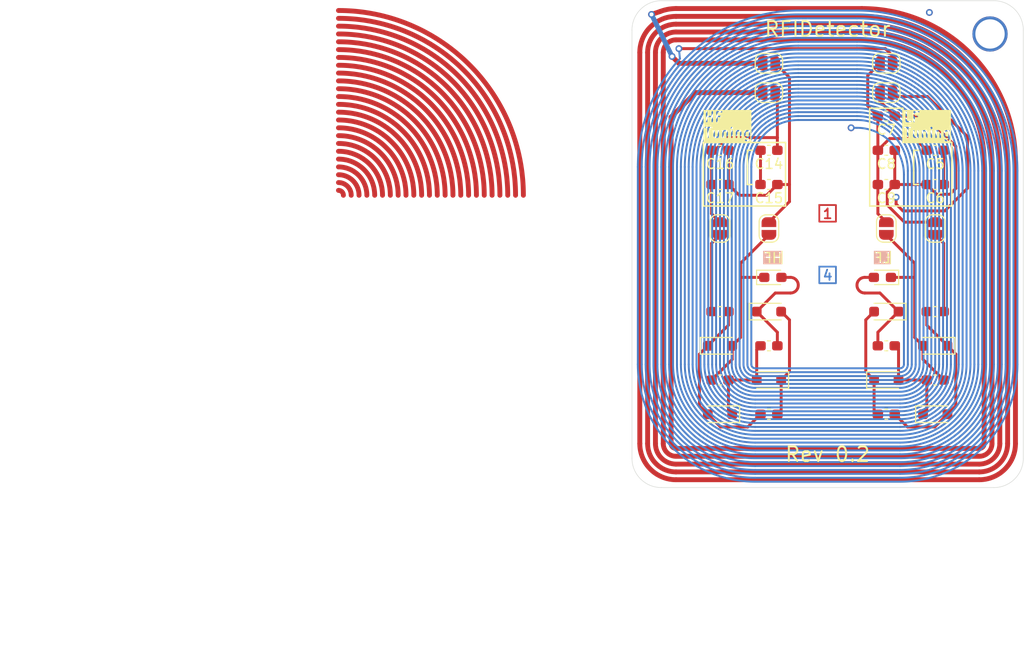
<source format=kicad_pcb>
(kicad_pcb (version 20221018) (generator pcbnew)
  (title_block (title "RFIDetector") (rev "0.2") (company "wh201906"))
  (layers (0 "F.Cu" signal) (1 "In1.Cu" signal) (2 "In2.Cu" signal) (31 "B.Cu" signal) (34 "B.Paste" user) (35 "F.Paste" user) (36 "B.SilkS" user "B.Silkscreen") (37 "F.SilkS" user "F.Silkscreen") (38 "B.Mask" user) (39 "F.Mask" user) (44 "Edge.Cuts" user))
  (net 0 "")
  (net 1 "/125k_load_+")
  (net 2 "Net-(D1-K)")
  (net 3 "/125k_load_-")
  (net 4 "Net-(D2-K)")
  (net 5 "Net-(D3-K)")
  (net 6 "Net-(D4-K)")
  (net 7 "/13.56M_load_+")
  (net 8 "Net-(D6-K)")
  (net 9 "/13.56M_load_-")
  (net 10 "Net-(D7-K)")
  (net 11 "Net-(D8-K)")
  (net 12 "Net-(D10-A)")
  (net 13 "Net-(JP1-B)")
  (net 14 "Net-(JP2-B)")
  (net 15 "Net-(C14-Pad1)")
  (net 16 "Net-(JP5-B)")
  (net 17 "Net-(JP6-B)")
  (net 18 "unconnected-(JP3-B-Pad2)")
  (net 19 "unconnected-(JP4-B-Pad2)")
  (net 22 "Net-(C5-Pad2)")
  (footprint "Jumper:SolderJumper-2_P1.3mm_Open_RoundedPad1.0x1.5mm" (layer "F.Cu") (at 214 56.5 180)
    (fp_text reference "JP8" hide)
    (fp_text value "SolderJumper_2_Open")
  )
  (footprint "LED_SMD:LED_0603_1608Metric_Pad1.05x0.95mm_HandSolder" (layer "F.Cu") (at 214.4 78.4)
    (fp_text reference "D10" hide)
    (fp_text value "LED")
  )
  (footprint "Capacitor_SMD:C_0603_1608Metric_Pad1.08x0.95mm_HandSolder" (layer "F.Cu") (at 213.9995 68.9)
    (fp_text reference "C15")
    (fp_text value "0")
  )
  (footprint "Capacitor_SMD:C_0603_1608Metric_Pad1.08x0.95mm_HandSolder" (layer "F.Cu") (at 225.9995 68.9 180)
    (fp_text reference "C9")
    (fp_text value "0")
  )
  (footprint "Capacitor_SMD:C_0603_1608Metric_Pad1.08x0.95mm_HandSolder" (layer "F.Cu") (at 225.9995 85.4 180)
    (fp_text reference "C4" hide)
    (fp_text value "10u")
  )
  (footprint "Capacitor_SMD:C_0603_1608Metric_Pad1.08x0.95mm_HandSolder" (layer "F.Cu") (at 213.9995 85.4)
    (fp_text reference "C13" hide)
    (fp_text value "10u")
  )
  (footprint "Jumper:SolderJumper-2_P1.3mm_Open_RoundedPad1.0x1.5mm" (layer "F.Cu") (at 208.9995 73.4 90)
    (fp_text reference "JP5" hide)
    (fp_text value "SolderJumper_2_Open")
  )
  (footprint "Capacitor_SMD:C_0603_1608Metric_Pad1.08x0.95mm_HandSolder" (layer "F.Cu") (at 213.9995 65.4)
    (fp_text reference "C14")
    (fp_text value "0")
  )
  (footprint "Jumper:SolderJumper-2_P1.3mm_Open_RoundedPad1.0x1.5mm" (layer "F.Cu") (at 226 59.5)
    (fp_text reference "JP3" hide)
    (fp_text value "SolderJumper_2_Open")
  )
  (footprint "Diode_SMD:D_SOD-323_HandSoldering" (layer "F.Cu") (at 230.9995 85.4 180)
    (fp_text reference "D1" hide)
    (fp_text value "1N5819WS")
  )
  (footprint "Diode_SMD:D_SOD-323_HandSoldering" (layer "F.Cu") (at 208.9995 85.4)
    (fp_text reference "D6" hide)
    (fp_text value "1N5819WS")
  )
  (footprint "Diode_SMD:D_SOD-323_HandSoldering" (layer "F.Cu") (at 225.9995 81.9 180)
    (fp_text reference "D4" hide)
    (fp_text value "1N5819WS")
  )
  (footprint "Capacitor_SMD:C_0603_1608Metric_Pad1.08x0.95mm_HandSolder" (layer "F.Cu") (at 230.9995 65.4)
    (fp_text reference "C5")
    (fp_text value "0")
  )
  (footprint "Capacitor_SMD:C_0603_1608Metric_Pad1.08x0.95mm_HandSolder" (layer "F.Cu") (at 208.9995 65.4 180)
    (fp_text reference "C16")
    (fp_text value "0")
  )
  (footprint "Capacitor_SMD:C_0603_1608Metric_Pad1.08x0.95mm_HandSolder" (layer "F.Cu") (at 225.9995 92.4 180)
    (fp_text reference "C3" hide)
    (fp_text value "10u")
  )
  (footprint "Diode_SMD:D_SOD-323_HandSoldering" (layer "F.Cu") (at 225.9995 88.9)
    (fp_text reference "D3" hide)
    (fp_text value "1N5819WS")
  )
  (footprint "Diode_SMD:D_SOD-323_HandSoldering" (layer "F.Cu") (at 230.9995 92.4)
    (fp_text reference "D2" hide)
    (fp_text value "1N5819WS")
  )
  (footprint "Capacitor_SMD:C_0603_1608Metric_Pad1.08x0.95mm_HandSolder" (layer "F.Cu") (at 208.9995 68.9 180)
    (fp_text reference "C17")
    (fp_text value "0")
  )
  (footprint "Jumper:SolderJumper-2_P1.3mm_Open_RoundedPad1.0x1.5mm" (layer "F.Cu") (at 226 56.5)
    (fp_text reference "JP4" hide)
    (fp_text value "SolderJumper_2_Open")
  )
  (footprint "Diode_SMD:D_SOD-323_HandSoldering" (layer "F.Cu") (at 208.9995 92.4 180)
    (fp_text reference "D7" hide)
    (fp_text value "1N5819WS")
  )
  (footprint "Capacitor_SMD:C_0603_1608Metric_Pad1.08x0.95mm_HandSolder" (layer "F.Cu") (at 208.9995 81.9)
    (fp_text reference "C10" hide)
    (fp_text value "10u")
  )
  (footprint "Jumper:SolderJumper-2_P1.3mm_Open_RoundedPad1.0x1.5mm" (layer "F.Cu") (at 214 59.5 180)
    (fp_text reference "JP7" hide)
    (fp_text value "SolderJumper_2_Open")
  )
  (footprint "Capacitor_SMD:C_0603_1608Metric_Pad1.08x0.95mm_HandSolder" (layer "F.Cu") (at 225.9995 65.4 180)
    (fp_text reference "C8")
    (fp_text value "0")
  )
  (footprint "Capacitor_SMD:C_0603_1608Metric_Pad1.08x0.95mm_HandSolder" (layer "F.Cu") (at 213.9995 92.4)
    (fp_text reference "C12" hide)
    (fp_text value "10u")
  )
  (footprint "Capacitor_SMD:C_0603_1608Metric_Pad1.08x0.95mm_HandSolder" (layer "F.Cu") (at 230.9995 68.9 180)
    (fp_text reference "C6")
    (fp_text value "0")
  )
  (footprint "Jumper:SolderJumper-2_P1.3mm_Open_RoundedPad1.0x1.5mm" (layer "F.Cu") (at 225.9995 73.4 90)
    (fp_text reference "JP2" hide)
    (fp_text value "SolderJumper_2_Open")
  )
  (footprint "Capacitor_SMD:C_0603_1608Metric_Pad1.08x0.95mm_HandSolder" (layer "F.Cu") (at 230.9995 81.9 180)
    (fp_text reference "C1" hide)
    (fp_text value "10u")
  )
  (footprint "Jumper:SolderJumper-2_P1.3mm_Open_RoundedPad1.0x1.5mm" (layer "F.Cu") (at 230.9995 73.4 90)
    (fp_text reference "JP1" hide)
    (fp_text value "SolderJumper_2_Open")
  )
  (footprint "Jumper:SolderJumper-2_P1.3mm_Open_RoundedPad1.0x1.5mm" (layer "F.Cu") (at 213.9995 73.4 90)
    (fp_text reference "JP6" hide)
    (fp_text value "SolderJumper_2_Open")
  )
  (footprint "Diode_SMD:D_SOD-323_HandSoldering" (layer "F.Cu") (at 213.9995 81.9)
    (fp_text reference "D9" hide)
    (fp_text value "1N5819WS")
  )
  (footprint "Capacitor_SMD:C_0603_1608Metric_Pad1.08x0.95mm_HandSolder" (layer "F.Cu") (at 208.9995 88.9)
    (fp_text reference "C11" hide)
    (fp_text value "10u")
  )
  (footprint "Diode_SMD:D_SOD-323_HandSoldering" (layer "F.Cu") (at 213.9995 88.9 180)
    (fp_text reference "D8" hide)
    (fp_text value "1N5819WS")
  )
  (footprint "Capacitor_SMD:C_0603_1608Metric_Pad1.08x0.95mm_HandSolder" (layer "F.Cu") (at 225.9995 61.9 180)
    (fp_text reference "C7")
    (fp_text value "4.7n")
  )
  (footprint "LED_SMD:LED_0603_1608Metric_Pad1.05x0.95mm_HandSolder" (layer "F.Cu") (at 225.6 78.4 180)
    (fp_text reference "D5" hide)
    (fp_text value "LED")
  )
  (footprint "Capacitor_SMD:C_0603_1608Metric_Pad1.08x0.95mm_HandSolder" (layer "F.Cu") (at 230.9995 88.9 180)
    (fp_text reference "C2" hide)
    (fp_text value "10u")
  )
  (gr_arc (start 170 56.7) (mid 179.40452 60.59548) (end 183.3 70) (stroke (width 0.5)) (layer "F.Cu"))
  (gr_arc (start 200.8 55.4) (mid 201.883705 52.783705) (end 204.5 51.7) (stroke (width 0.5)) (layer "F.Cu"))
  (gr_arc (start 238.4 95.4) (mid 237.55061 97.45061) (end 235.5 98.3) (stroke (width 0.5)) (layer "F.Cu"))
  (gr_line (start 202.4 95.4) (end 202.4 55.4) (stroke (width 0.5)) (layer "F.Cu"))
  (gr_arc (start 236 95.4) (mid 235.853553 95.753553) (end 235.5 95.9) (stroke (width 0.5)) (layer "F.Cu"))
  (gr_arc (start 170 67.9) (mid 171.484924 68.515076) (end 172.1 70) (stroke (width 0.5)) (layer "F.Cu"))
  (gr_arc (start 170 62.3) (mid 175.444722 64.555278) (end 177.7 70) (stroke (width 0.5)) (layer "F.Cu"))
  (gr_arc (start 223.5 50.9) (mid 234.601576 55.498424) (end 239.2 66.6) (stroke (width 0.5)) (layer "F.Cu"))
  (gr_arc (start 202.4 55.4) (mid 203.015076 53.915076) (end 204.5 53.3) (stroke (width 0.5)) (layer "F.Cu"))
  (gr_arc (start 170 54.3) (mid 181.101576 58.898424) (end 185.7 70) (stroke (width 0.5)) (layer "F.Cu"))
  (gr_arc (start 236.8 95.4) (mid 236.419239 96.319239) (end 235.5 96.7) (stroke (width 0.5)) (layer "F.Cu"))
  (gr_arc (start 170 51.9) (mid 182.798633 57.201367) (end 188.1 70) (stroke (width 0.5)) (layer "F.Cu"))
  (gr_rect (start 219.15 71) (end 220.85 72.7) (stroke (width 0.18)) (fill none) (layer "F.Cu"))
  (gr_arc (start 170 55.9) (mid 179.970206 60.029794) (end 184.1 70) (stroke (width 0.5)) (layer "F.Cu"))
  (gr_line (start 213 59.5) (end 206.5 59.5) (stroke (width 0.5)) (layer "F.Cu"))
  (gr_arc (start 170 60.7) (mid 176.576093 63.423907) (end 179.3 70) (stroke (width 0.5)) (layer "F.Cu"))
  (gr_line (start 204.1 55.8) (end 204.8 56.5) (stroke (width 0.5)) (layer "F.Cu"))
  (gr_line (start 206.5 59.5) (end 204 62) (stroke (width 0.5)) (layer "F.Cu"))
  (gr_arc (start 204.5 97.5) (mid 203.015076 96.884924) (end 202.4 95.4) (stroke (width 0.5)) (layer "F.Cu"))
  (gr_line (start 204.5 97.5) (end 235.5 97.5) (stroke (width 0.5)) (layer "F.Cu"))
  (gr_arc (start 204.5 98.3) (mid 202.44939 97.45061) (end 201.6 95.4) (stroke (width 0.5)) (layer "F.Cu"))
  (gr_arc (start 203.2 55.4) (mid 203.580761 54.480761) (end 204.5 54.1) (stroke (width 0.5)) (layer "F.Cu"))
  (gr_arc (start 239.2 95.4) (mid 238.116295 98.016295) (end 235.5 99.1) (stroke (width 0.5)) (layer "F.Cu"))
  (gr_line (start 223.5 54.1) (end 204.5 54.1) (stroke (width 0.5)) (layer "F.Cu"))
  (gr_arc (start 204.5 95.9) (mid 204.146447 95.753553) (end 204 95.4) (stroke (width 0.5)) (layer "F.Cu"))
  (gr_line (start 236 66.6) (end 236 95.4) (stroke (width 0.5)) (layer "F.Cu"))
  (gr_arc (start 202.898021 51.194805) (mid 203.68556 50.974315) (end 204.5 50.9) (stroke (width 0.5)) (layer "F.Cu"))
  (gr_arc (start 170 66.3) (mid 172.616295 67.383705) (end 173.7 70) (stroke (width 0.5)) (layer "F.Cu"))
  (gr_arc (start 170 59.9) (mid 177.141778 62.858222) (end 180.1 70) (stroke (width 0.5)) (layer "F.Cu"))
  (gr_arc (start 170 69.5) (mid 170.353553 69.646447) (end 170.5 70) (stroke (width 0.5)) (layer "F.Cu"))
  (gr_line (start 238.4 95.4) (end 238.4 66.6) (stroke (width 0.5)) (layer "F.Cu"))
  (gr_arc (start 201.6 55.4) (mid 202.44939 53.34939) (end 204.5 52.5) (stroke (width 0.5)) (layer "F.Cu"))
  (gr_arc (start 204.5 96.7) (mid 203.580761 96.319239) (end 203.2 95.4) (stroke (width 0.5)) (layer "F.Cu"))
  (gr_line (start 201.6 95.4) (end 201.6 55.4) (stroke (width 0.5)) (layer "F.Cu"))
  (gr_line (start 204 95.4) (end 204 62) (stroke (width 0.5)) (layer "F.Cu"))
  (gr_arc (start 170 59.1) (mid 177.707464 62.292536) (end 180.9 70) (stroke (width 0.5)) (layer "F.Cu"))
  (gr_line (start 204.5 99.1) (end 235.5 99.1) (stroke (width 0.5)) (layer "F.Cu"))
  (gr_line (start 239.2 66.6) (end 239.2 95.4) (stroke (width 0.5)) (layer "F.Cu"))
  (gr_arc (start 223.8 80) (mid 223 79.2) (end 223.8 78.4) (stroke (width 0.3)) (layer "F.Cu"))
  (gr_arc (start 237.6 95.4) (mid 236.984924 96.884924) (end 235.5 97.5) (stroke (width 0.5)) (layer "F.Cu"))
  (gr_arc (start 170 63.9) (mid 174.313351 65.686649) (end 176.1 70) (stroke (width 0.5)) (layer "F.Cu"))
  (gr_arc (start 170 58.3) (mid 178.273149 61.726851) (end 181.7 70) (stroke (width 0.5)) (layer "F.Cu"))
  (gr_arc (start 216.2 78.4) (mid 217 79.2) (end 216.2 80) (stroke (width 0.3)) (layer "F.Cu"))
  (gr_arc (start 170 51.1) (mid 183.364318 56.635682) (end 188.9 70) (stroke (width 0.5)) (layer "F.Cu"))
  (gr_arc (start 170 55.1) (mid 180.535891 59.464109) (end 184.9 70) (stroke (width 0.5)) (layer "F.Cu"))
  (gr_line (start 223.5 52.5) (end 204.5 52.5) (stroke (width 0.5)) (layer "F.Cu"))
  (gr_line (start 204.5 95.9) (end 235.5 95.9) (stroke (width 0.5)) (layer "F.Cu"))
  (gr_arc (start 170 53.5) (mid 181.667262 58.332738) (end 186.5 70) (stroke (width 0.5)) (layer "F.Cu"))
  (gr_arc (start 170 61.5) (mid 176.010408 63.989592) (end 178.5 70) (stroke (width 0.5)) (layer "F.Cu"))
  (gr_line (start 237.6 66.6) (end 237.6 95.4) (stroke (width 0.5)) (layer "F.Cu"))
  (gr_line (start 223.5 53.3) (end 204.5 53.3) (stroke (width 0.5)) (layer "F.Cu"))
  (gr_arc (start 223.5 51.7) (mid 234.035891 56.064109) (end 238.4 66.6) (stroke (width 0.5)) (layer "F.Cu"))
  (gr_line (start 223.5 51.7) (end 204.5 51.7) (stroke (width 0.5)) (layer "F.Cu"))
  (gr_arc (start 170 64.7) (mid 173.747666 66.252334) (end 175.3 70) (stroke (width 0.5)) (layer "F.Cu"))
  (gr_arc (start 170 68.7) (mid 170.919239 69.080761) (end 171.3 70) (stroke (width 0.5)) (layer "F.Cu"))
  (gr_line (start 202.898021 51.194805) (end 202 51.5) (stroke (width 0.5)) (layer "F.Cu"))
  (gr_line (start 203.2 95.4) (end 203.2 55.4) (stroke (width 0.5)) (layer "F.Cu"))
  (gr_arc (start 170 57.5) (mid 178.838835 61.161165) (end 182.5 70) (stroke (width 0.5)) (layer "F.Cu"))
  (gr_line (start 204.5 98.3) (end 235.5 98.3) (stroke (width 0.5)) (layer "F.Cu"))
  (gr_arc (start 223.5 53.3) (mid 232.90452 57.19548) (end 236.8 66.6) (stroke (width 0.5)) (layer "F.Cu"))
  (gr_line (start 204.5 96.7) (end 235.5 96.7) (stroke (width 0.5)) (layer "F.Cu"))
  (gr_arc (start 204.5 99.1) (mid 201.883705 98.016295) (end 200.8 95.4) (stroke (width 0.5)) (layer "F.Cu"))
  (gr_line (start 204.8 56.5) (end 213 56.5) (stroke (width 0.5)) (layer "F.Cu"))
  (gr_arc (start 170 65.5) (mid 173.181981 66.818019) (end 174.5 70) (stroke (width 0.5)) (layer "F.Cu"))
  (gr_arc (start 223.5 52.5) (mid 233.470206 56.629794) (end 237.6 66.6) (stroke (width 0.5)) (layer "F.Cu"))
  (gr_line (start 200.8 95.4) (end 200.8 55.4) (stroke (width 0.5)) (layer "F.Cu"))
  (gr_arc (start 170 63.1) (mid 174.879037 65.120963) (end 176.9 70) (stroke (width 0.5)) (layer "F.Cu"))
  (gr_line (start 223.5 50.9) (end 204.5 50.9) (stroke (width 0.5)) (layer "F.Cu"))
  (gr_arc (start 170 67.1) (mid 172.05061 67.94939) (end 172.9 70) (stroke (width 0.5)) (layer "F.Cu"))
  (gr_line (start 236.8 95.4) (end 236.8 66.6) (stroke (width 0.5)) (layer "F.Cu"))
  (gr_arc (start 170 52.7) (mid 182.232947 57.767053) (end 187.3 70) (stroke (width 0.5)) (layer "F.Cu"))
  (gr_arc (start 223.5 54.1) (mid 232.338835 57.761165) (end 236 66.6) (stroke (width 0.5)) (layer "F.Cu"))
  (gr_line (start 237.8 67.5) (end 237.799998 87.300002) (stroke (width 0.2)) (layer "B.Cu"))
  (gr_arc (start 212.599998 98.100002) (mid 204.963245 94.936755) (end 201.799998 87.300002) (stroke (width 0.2)) (layer "B.Cu"))
  (gr_arc (start 236.199998 87.300002) (mid 233.622538 93.522542) (end 227.399998 96.100002) (stroke (width 0.2)) (layer "B.Cu"))
  (gr_line (start 203.399998 67.100004) (end 203.399998 87.300002) (stroke (width 0.2)) (layer "B.Cu"))
  (gr_line (start 228.2 67.5) (end 228.199998 87.300002) (stroke (width 0.2)) (layer "B.Cu"))
  (gr_line (start 216.999998 53.500004) (end 223 53.5) (stroke (width 0.2)) (layer "B.Cu"))
  (gr_line (start 233.8 67.5) (end 233.799998 87.300002) (stroke (width 0.2)) (layer "B.Cu"))
  (gr_line (start 209.799998 67.100004) (end 209.799998 87.300002) (stroke (width 0.2)) (layer "B.Cu"))
  (gr_arc (start 202.199998 67.100004) (mid 206.534817 56.634823) (end 216.999998 52.300004) (stroke (width 0.2)) (layer "B.Cu"))
  (gr_line (start 216.999998 52.300004) (end 223 52.3) (stroke (width 0.2)) (layer "B.Cu"))
  (gr_arc (start 201.799998 67.100004) (mid 206.251974 56.35198) (end 216.999998 51.900004) (stroke (width 0.2)) (layer "B.Cu"))
  (gr_line (start 212.599998 92.900002) (end 227.399998 92.900002) (stroke (width 0.2)) (layer "B.Cu"))
  (gr_arc (start 212.599998 89.300002) (mid 211.185784 88.714216) (end 210.599998 87.300002) (stroke (width 0.2)) (layer "B.Cu"))
  (gr_arc (start 203.799998 67.100004) (mid 207.666188 57.766194) (end 216.999998 53.900004) (stroke (width 0.2)) (layer "B.Cu"))
  (gr_line (start 216.999998 58.700004) (end 223 58.7) (stroke (width 0.2)) (layer "B.Cu"))
  (gr_arc (start 206.999998 67.100004) (mid 209.92893 60.028936) (end 216.999998 57.100004) (stroke (width 0.2)) (layer "B.Cu"))
  (gr_line (start 212.599998 93.300002) (end 227.399998 93.300002) (stroke (width 0.2)) (layer "B.Cu"))
  (gr_arc (start 208.199998 67.100004) (mid 210.777458 60.877464) (end 216.999998 58.300004) (stroke (width 0.2)) (layer "B.Cu"))
  (gr_line (start 216.999998 51.100004) (end 223 51.1) (stroke (width 0.2)) (layer "B.Cu"))
  (gr_arc (start 212.599998 90.100002) (mid 210.620099 89.279901) (end 209.799998 87.300002) (stroke (width 0.2)) (layer "B.Cu"))
  (gr_line (start 216.999998 55.900004) (end 223 55.9) (stroke (width 0.2)) (layer "B.Cu"))
  (gr_arc (start 207.399998 67.100004) (mid 210.211773 60.311779) (end 216.999998 57.500004) (stroke (width 0.2)) (layer "B.Cu"))
  (gr_line (start 237 67.5) (end 236.999998 87.300002) (stroke (width 0.2)) (layer "B.Cu"))
  (gr_arc (start 206.199998 67.100004) (mid 209.363245 59.463251) (end 216.999998 56.300004) (stroke (width 0.2)) (layer "B.Cu"))
  (gr_line (start 212.599998 98.900002) (end 227.399998 98.900002) (stroke (width 0.2)) (layer "B.Cu"))
  (gr_arc (start 223 61.5) (mid 227.242641 63.257359) (end 229 67.5) (stroke (width 0.2)) (layer "B.Cu"))
  (gr_line (start 212.599998 96.900002) (end 227.399998 96.900002) (stroke (width 0.2)) (layer "B.Cu"))
  (gr_arc (start 227.799998 87.300002) (mid 227.68284 87.582843) (end 227.399998 87.700002) (stroke (width 0.2)) (layer "B.Cu"))
  (gr_line (start 216.999998 53.900004) (end 223 53.9) (stroke (width 0.2)) (layer "B.Cu"))
  (gr_arc (start 223 58.3) (mid 229.505382 60.994618) (end 232.2 67.5) (stroke (width 0.2)) (layer "B.Cu"))
  (gr_arc (start 223 59.5) (mid 228.656854 61.843146) (end 231 67.5) (stroke (width 0.2)) (layer "B.Cu"))
  (gr_arc (start 204.999998 67.100004) (mid 208.514717 58.614723) (end 216.999998 55.100004) (stroke (width 0.2)) (layer "B.Cu"))
  (gr_arc (start 231.399998 87.300002) (mid 230.228424 90.128427) (end 227.399998 91.300002) (stroke (width 0.2)) (layer "B.Cu"))
  (gr_line (start 212.599998 95.700002) (end 227.399998 95.700002) (stroke (width 0.2)) (layer "B.Cu"))
  (gr_arc (start 211.399998 67.100004) (mid 213.0402 63.140206) (end 216.999998 61.500004) (stroke (width 0.2)) (layer "B.Cu"))
  (gr_arc (start 239.399998 87.300002) (mid 235.885279 95.785283) (end 227.399998 99.300002) (stroke (width 0.2)) (layer "B.Cu"))
  (gr_line (start 210.599998 67.100004) (end 210.599998 87.300002) (stroke (width 0.2)) (layer "B.Cu"))
  (gr_line (start 216.999998 59.100004) (end 223 59.1) (stroke (width 0.2)) (layer "B.Cu"))
  (gr_line (start 236.2 67.5) (end 236.199998 87.300002) (stroke (width 0.2)) (layer "B.Cu"))
  (gr_arc (start 231.799998 87.300002) (mid 230.511268 90.411272) (end 227.399998 91.700002) (stroke (width 0.2)) (layer "B.Cu"))
  (gr_line (start 216.999998 51.900004) (end 223 51.9) (stroke (width 0.2)) (layer "B.Cu"))
  (gr_arc (start 211.799998 67.100004) (mid 213.323043 63.423049) (end 216.999998 61.900004) (stroke (width 0.2)) (layer "B.Cu"))
  (gr_arc (start 230.599998 87.300002) (mid 229.66274 89.562744) (end 227.399998 90.500002) (stroke (width 0.2)) (layer "B.Cu"))
  (gr_arc (start 212.599998 94.100002) (mid 207.791672 92.108328) (end 205.799998 87.300002) (stroke (width 0.2)) (layer "B.Cu"))
  (gr_arc (start 212.599998 99.300002) (mid 204.114717 95.785283) (end 200.599998 87.300002) (stroke (width 0.2)) (layer "B.Cu"))
  (gr_line (start 204.999998 67.100004) (end 204.999998 87.300002) (stroke (width 0.2)) (layer "B.Cu"))
  (gr_arc (start 228.199998 87.300002) (mid 227.965683 87.865685) (end 227.399998 88.100002) (stroke (width 0.2)) (layer "B.Cu"))
  (gr_arc (start 223 55.5) (mid 231.485281 59.014719) (end 235 67.5) (stroke (width 0.2)) (layer "B.Cu"))
  (gr_line (start 232.2 67.5) (end 232.199998 87.300002) (stroke (width 0.2)) (layer "B.Cu"))
  (gr_arc (start 212.599998 88.100002) (mid 212.034313 87.865687) (end 211.799998 87.300002) (stroke (width 0.2)) (layer "B.Cu"))
  (gr_arc (start 210.999998 67.100004) (mid 212.757357 62.857363) (end 216.999998 61.100004) (stroke (width 0.2)) (layer "B.Cu"))
  (gr_arc (start 223 58.7) (mid 229.22254 61.27746) (end 231.8 67.5) (stroke (width 0.2)) (layer "B.Cu"))
  (gr_arc (start 223 61.1) (mid 227.525483 62.974517) (end 229.4 67.5) (stroke (width 0.2)) (layer "B.Cu"))
  (gr_line (start 212.599998 87.700002) (end 227.399998 87.700002) (stroke (width 0.2)) (layer "B.Cu"))
  (gr_arc (start 212.599998 92.100002) (mid 209.205885 90.694115) (end 207.799998 87.300002) (stroke (width 0.2)) (layer "B.Cu"))
  (gr_line (start 216.999998 54.300004) (end 223 54.3) (stroke (width 0.2)) (layer "B.Cu"))
  (gr_arc (start 223 54.3) (mid 232.33381 58.16619) (end 236.2 67.5) (stroke (width 0.2)) (layer "B.Cu"))
  (gr_arc (start 205.399998 67.100004) (mid 208.797559 58.897565) (end 216.999998 55.500004) (stroke (width 0.2)) (layer "B.Cu"))
  (gr_arc (start 212.599998 91.700002) (mid 209.488728 90.411272) (end 208.199998 87.300002) (stroke (width 0.2)) (layer "B.Cu"))
  (gr_arc (start 223 63.1) (mid 226.394113 64.505887) (end 227.8 67.9) (stroke (width 0.2)) (layer "B.Cu"))
  (gr_line (start 207.399998 67.100004) (end 207.399998 87.300002) (stroke (width 0.2)) (layer "B.Cu"))
  (gr_arc (start 223 59.1) (mid 228.939697 61.560303) (end 231.4 67.5) (stroke (width 0.2)) (layer "B.Cu"))
  (gr_arc (start 238.999998 87.300002) (mid 235.602437 95.502441) (end 227.399998 98.900002) (stroke (width 0.2)) (layer "B.Cu"))
  (gr_arc (start 233.799998 87.300002) (mid 231.925481 91.825485) (end 227.399998 93.700002) (stroke (width 0.2)) (layer "B.Cu"))
  (gr_line (start 216.999998 56.700004) (end 223 56.7) (stroke (width 0.2)) (layer "B.Cu"))
  (gr_arc (start 223 53.1) (mid 233.182338 57.317662) (end 237.4 67.5) (stroke (width 0.2)) (layer "B.Cu"))
  (gr_line (start 234.2 67.5) (end 234.199998 87.300002) (stroke (width 0.2)) (layer "B.Cu"))
  (gr_arc (start 212.599998 94.900002) (mid 207.225986 92.674014) (end 204.999998 87.300002) (stroke (width 0.2)) (layer "B.Cu"))
  (gr_line (start 216.999998 60.300004) (end 223 60.3) (stroke (width 0.2)) (layer "B.Cu"))
  (gr_arc (start 212.599998 92.500002) (mid 208.923043 90.976957) (end 207.399998 87.300002) (stroke (width 0.2)) (layer "B.Cu"))
  (gr_arc (start 212.599998 94.500002) (mid 207.508829 92.391171) (end 205.399998 87.300002) (stroke (width 0.2)) (layer "B.Cu"))
  (gr_line (start 216.999998 61.500004) (end 223 61.5) (stroke (width 0.2)) (layer "B.Cu"))
  (gr_line (start 201.399998 67.100004) (end 201.399998 87.300002) (stroke (width 0.2)) (layer "B.Cu"))
  (gr_arc (start 232.599998 87.300002) (mid 231.076952 90.976955) (end 227.399998 92.500002) (stroke (width 0.2)) (layer "B.Cu"))
  (gr_line (start 233.4 67.5) (end 233.399998 87.300002) (stroke (width 0.2)) (layer "B.Cu"))
  (gr_arc (start 204.599998 67.100004) (mid 208.231873 58.331879) (end 216.999998 54.700004) (stroke (width 0.2)) (layer "B.Cu"))
  (gr_line (start 203.799998 67.100004) (end 203.799998 87.300002) (stroke (width 0.2)) (layer "B.Cu"))
  (gr_line (start 231.8 67.5) (end 231.799998 87.300002) (stroke (width 0.2)) (layer "B.Cu"))
  (gr_line (start 216.999998 61.900004) (end 223 61.9) (stroke (width 0.2)) (layer "B.Cu"))
  (gr_line (start 202.199998 67.100004) (end 202.199998 87.300002) (stroke (width 0.2)) (layer "B.Cu"))
  (gr_line (start 239 67.5) (end 238.999998 87.300002) (stroke (width 0.2)) (layer "B.Cu"))
  (gr_arc (start 212.199998 67.100004) (mid 213.605885 63.705891) (end 216.999998 62.300004) (stroke (width 0.2)) (layer "B.Cu"))
  (gr_arc (start 212.599998 91.300002) (mid 209.771571 90.128429) (end 208.599998 87.300002) (stroke (width 0.2)) (layer "B.Cu"))
  (gr_line (start 216.999998 59.900004) (end 223 59.9) (stroke (width 0.2)) (layer "B.Cu"))
  (gr_arc (start 212.599998 95.700002) (mid 206.660301 93.239699) (end 204.199998 87.300002) (stroke (width 0.2)) (layer "B.Cu"))
  (gr_line (start 206.199998 67.100004) (end 206.199998 87.300002) (stroke (width 0.2)) (layer "B.Cu"))
  (gr_line (start 216.999998 59.500004) (end 223 59.5) (stroke (width 0.2)) (layer "B.Cu"))
  (gr_arc (start 236.599998 87.300002) (mid 233.90538 93.805384) (end 227.399998 96.500002) (stroke (width 0.2)) (layer "B.Cu"))
  (gr_arc (start 212.599998 90.900002) (mid 210.054414 89.845586) (end 208.999998 87.300002) (stroke (width 0.2)) (layer "B.Cu"))
  (gr_rect (start 219.15 77.3) (end 220.85 79) (stroke (width 0.18)) (fill none) (layer "B.Cu"))
  (gr_line (start 204.599998 67.100004) (end 204.599998 87.300002) (stroke (width 0.2)) (layer "B.Cu"))
  (gr_line (start 212.599998 92.500002) (end 227.399998 92.500002) (stroke (width 0.2)) (layer "B.Cu"))
  (gr_line (start 212.599998 88.100002) (end 227.399998 88.100002) (stroke (width 0.2)) (layer "B.Cu"))
  (gr_line (start 208.599998 67.100004) (end 208.599998 87.300002) (stroke (width 0.2)) (layer "B.Cu"))
  (gr_line (start 206.599998 67.100004) (end 206.599998 87.300002) (stroke (width 0.2)) (layer "B.Cu"))
  (gr_arc (start 209.399998 67.100004) (mid 211.625986 61.725992) (end 216.999998 59.500004) (stroke (width 0.2)) (layer "B.Cu"))
  (gr_arc (start 212.599998 88.500002) (mid 211.75147 88.14853) (end 211.399998 87.300002) (stroke (width 0.2)) (layer "B.Cu"))
  (gr_arc (start 228.599998 87.300002) (mid 228.248525 88.148528) (end 227.399998 88.500002) (stroke (width 0.2)) (layer "B.Cu"))
  (gr_line (start 227.8 67.9) (end 227.799998 87.300002) (stroke (width 0.2)) (layer "B.Cu"))
  (gr_arc (start 228.999998 87.300002) (mid 228.531368 88.431371) (end 227.399998 88.900002) (stroke (width 0.2)) (layer "B.Cu"))
  (gr_line (start 208.199998 67.100004) (end 208.199998 87.300002) (stroke (width 0.2)) (layer "B.Cu"))
  (gr_line (start 212.599998 90.500002) (end 227.399998 90.500002) (stroke (width 0.2)) (layer "B.Cu"))
  (gr_arc (start 223 62.3) (mid 226.676955 63.823045) (end 228.2 67.5) (stroke (width 0.2)) (layer "B.Cu"))
  (gr_arc (start 212.599998 87.700002) (mid 212.317155 87.582845) (end 212.199998 87.300002) (stroke (width 0.2)) (layer "B.Cu"))
  (gr_arc (start 234.599998 87.300002) (mid 232.491167 92.391171) (end 227.399998 94.500002) (stroke (width 0.2)) (layer "B.Cu"))
  (gr_line (start 202 51.5) (end 204.1 55.8) (stroke (width 0.5)) (layer "B.Cu"))
  (gr_arc (start 223 51.9) (mid 234.030866 56.469134) (end 238.6 67.5) (stroke (width 0.2)) (layer "B.Cu"))
  (gr_arc (start 200.999998 67.100004) (mid 205.68629 55.786296) (end 216.999998 51.100004) (stroke (width 0.2)) (layer "B.Cu"))
  (gr_line (start 212.599998 98.100002) (end 227.399998 98.100002) (stroke (width 0.2)) (layer "B.Cu"))
  (gr_line (start 216.999998 57.900004) (end 223 57.9) (stroke (width 0.2)) (layer "B.Cu"))
  (gr_line (start 212.599998 96.100002) (end 227.399998 96.100002) (stroke (width 0.2)) (layer "B.Cu"))
  (gr_line (start 208.999998 67.100004) (end 208.999998 87.300002) (stroke (width 0.2)) (layer "B.Cu"))
  (gr_arc (start 235.799998 87.300002) (mid 233.339695 93.239699) (end 227.399998 95.700002) (stroke (width 0.2)) (layer "B.Cu"))
  (gr_arc (start 223 56.7) (mid 230.636753 59.863247) (end 233.8 67.5) (stroke (width 0.2)) (layer "B.Cu"))
  (gr_arc (start 212.599998 89.700002) (mid 210.902942 88.997058) (end 210.199998 87.300002) (stroke (width 0.2)) (layer "B.Cu"))
  (gr_line (start 211.399998 67.100004) (end 211.399998 87.300002) (stroke (width 0.2)) (layer "B.Cu"))
  (gr_arc (start 238.599998 87.300002) (mid 235.319594 95.219598) (end 227.399998 98.500002) (stroke (width 0.2)) (layer "B.Cu"))
  (gr_arc (start 212.599998 93.300002) (mid 208.357357 91.542643) (end 206.599998 87.300002) (stroke (width 0.2)) (layer "B.Cu"))
  (gr_arc (start 208.999998 67.100004) (mid 211.343144 61.44315) (end 216.999998 59.100004) (stroke (width 0.2)) (layer "B.Cu"))
  (gr_line (start 216.999998 54.700004) (end 223 54.7) (stroke (width 0.2)) (layer "B.Cu"))
  (gr_arc (start 212.599998 88.900002) (mid 211.468627 88.431373) (end 210.999998 87.300002) (stroke (width 0.2)) (layer "B.Cu"))
  (gr_line (start 212.599998 91.300002) (end 227.399998 91.300002) (stroke (width 0.2)) (layer "B.Cu"))
  (gr_arc (start 212.599998 97.300002) (mid 205.52893 94.37107) (end 202.599998 87.300002) (stroke (width 0.2)) (layer "B.Cu"))
  (gr_arc (start 233.399998 87.300002) (mid 231.642639 91.542643) (end 227.399998 93.300002) (stroke (width 0.2)) (layer "B.Cu"))
  (gr_arc (start 223 55.9) (mid 231.202439 59.297561) (end 234.6 67.5) (stroke (width 0.2)) (layer "B.Cu"))
  (gr_line (start 205.399998 67.100004) (end 205.399998 87.300002) (stroke (width 0.2)) (layer "B.Cu"))
  (gr_line (start 212.599998 99.300002) (end 227.399998 99.300002) (stroke (width 0.2)) (layer "B.Cu"))
  (gr_line (start 216.999998 58.300004) (end 223 58.3) (stroke (width 0.2)) (layer "B.Cu"))
  (gr_line (start 237.4 67.5) (end 237.399998 87.300002) (stroke (width 0.2)) (layer "B.Cu"))
  (gr_arc (start 237.399998 87.300002) (mid 234.471066 94.37107) (end 227.399998 97.300002) (stroke (width 0.2)) (layer "B.Cu"))
  (gr_arc (start 210.199998 67.100004) (mid 212.191672 62.291678) (end 216.999998 60.300004) (stroke (width 0.2)) (layer "B.Cu"))
  (gr_line (start 238.2 67.5) (end 238.199998 87.300002) (stroke (width 0.2)) (layer "B.Cu"))
  (gr_arc (start 212.599998 90.500002) (mid 210.337256 89.562744) (end 209.399998 87.300002) (stroke (width 0.2)) (layer "B.Cu"))
  (gr_arc (start 203.399998 67.100004) (mid 207.383346 57.483352) (end 216.999998 53.500004) (stroke (width 0.2)) (layer "B.Cu"))
  (gr_line (start 232.6 67.5) (end 232.599998 87.300002) (stroke (width 0.2)) (layer "B.Cu"))
  (gr_arc (start 230.999998 87.300002) (mid 229.945582 89.845584) (end 227.399998 90.900002) (stroke (width 0.2)) (layer "B.Cu"))
  (gr_arc (start 234.999998 87.300002) (mid 232.77401 92.674014) (end 227.399998 94.900002) (stroke (width 0.2)) (layer "B.Cu"))
  (gr_line (start 216.999998 53.100004) (end 223 53.1) (stroke (width 0.2)) (layer "B.Cu"))
  (gr_arc (start 223 53.9) (mid 232.616652 57.883348) (end 236.6 67.5) (stroke (width 0.2)) (layer "B.Cu"))
  (gr_arc (start 212.599998 98.900002) (mid 204.397559 95.502441) (end 200.999998 87.300002) (stroke (width 0.2)) (layer "B.Cu"))
  (gr_line (start 229 67.5) (end 228.999998 87.300002) (stroke (width 0.2)) (layer "B.Cu"))
  (gr_line (start 212.599998 88.900002) (end 227.399998 88.900002) (stroke (width 0.2)) (layer "B.Cu"))
  (gr_line (start 212.599998 94.500002) (end 227.399998 94.500002) (stroke (width 0.2)) (layer "B.Cu"))
  (gr_arc (start 212.599998 95.300002) (mid 206.943144 92.956856) (end 204.599998 87.300002) (stroke (width 0.2)) (layer "B.Cu"))
  (gr_line (start 212.599998 90.100002) (end 227.399998 90.100002) (stroke (width 0.2)) (layer "B.Cu"))
  (gr_line (start 216.999998 52.700004) (end 223 52.7) (stroke (width 0.2)) (layer "B.Cu"))
  (gr_arc (start 223 52.3) (mid 233.748024 56.751976) (end 238.2 67.5) (stroke (width 0.2)) (layer "B.Cu"))
  (gr_line (start 216.999998 62.300004) (end 223 62.3) (stroke (width 0.2)) (layer "B.Cu"))
  (gr_arc (start 235.399998 87.300002) (mid 233.056852 92.956856) (end 227.399998 95.300002) (stroke (width 0.2)) (layer "B.Cu"))
  (gr_arc (start 207.799998 67.100004) (mid 210.494616 60.594622) (end 216.999998 57.900004) (stroke (width 0.2)) (layer "B.Cu"))
  (gr_arc (start 223 59.9) (mid 228.374012 62.125988) (end 230.6 67.5) (stroke (width 0.2)) (layer "B.Cu"))
  (gr_arc (start 202.999998 67.100004) (mid 207.100503 57.200509) (end 216.999998 53.100004) (stroke (width 0.2)) (layer "B.Cu"))
  (gr_arc (start 204.199998 67.100004) (mid 207.949031 58.049037) (end 216.999998 54.300004) (stroke (width 0.2)) (layer "B.Cu"))
  (gr_line (start 206.999998 67.100004) (end 206.999998 87.300002) (stroke (width 0.2)) (layer "B.Cu"))
  (gr_arc (start 236.999998 87.300002) (mid 234.188223 94.088227) (end 227.399998 96.900002) (stroke (width 0.2)) (layer "B.Cu"))
  (gr_arc (start 200.600154 67.100004) (mid 201.712863 61.162124) (end 204.9 56.03) (stroke (width 0.2)) (layer "B.Cu"))
  (gr_line (start 236.6 67.5) (end 236.599998 87.300002) (stroke (width 0.2)) (layer "B.Cu"))
  (gr_arc (start 238.199998 87.300002) (mid 235.036751 94.936755) (end 227.399998 98.100002) (stroke (width 0.2)) (layer "B.Cu"))
  (gr_arc (start 223 52.7) (mid 233.465181 57.034819) (end 237.8 67.5) (stroke (width 0.2)) (layer "B.Cu"))
  (gr_line (start 202.599998 67.100004) (end 202.599998 87.300002) (stroke (width 0.2)) (layer "B.Cu"))
  (gr_line (start 210.199998 67.100004) (end 210.199998 87.300002) (stroke (width 0.2)) (layer "B.Cu"))
  (gr_line (start 216.999998 55.500004) (end 223 55.5) (stroke (width 0.2)) (layer "B.Cu"))
  (gr_line (start 235.8 67.5) (end 235.799998 87.300002) (stroke (width 0.2)) (layer "B.Cu"))
  (gr_arc (start 212.599998 98.500002) (mid 204.680402 95.219598) (end 201.399998 87.300002) (stroke (width 0.2)) (layer "B.Cu"))
  (gr_line (start 216.999998 57.100004) (end 223 57.1) (stroke (width 0.2)) (layer "B.Cu"))
  (gr_arc (start 205.799998 67.100004) (mid 209.080402 59.180408) (end 216.999998 55.900004) (stroke (width 0.2)) (layer "B.Cu"))
  (gr_arc (start 223 61.9) (mid 226.959798 63.540202) (end 228.6 67.5) (stroke (width 0.2)) (layer "B.Cu"))
  (gr_line (start 204.8 55) (end 204.9 56.03) (stroke (width 0.2)) (layer "B.Cu"))
  (gr_line (start 212.199998 67.100004) (end 212.199998 87.300002) (stroke (width 0.2)) (layer "B.Cu"))
  (gr_line (start 212.599998 97.700002) (end 227.399998 97.700002) (stroke (width 0.2)) (layer "B.Cu"))
  (gr_arc (start 206.599998 67.100004) (mid 209.646087 59.746093) (end 216.999998 56.700004) (stroke (width 0.2)) (layer "B.Cu"))
  (gr_line (start 211.799998 67.100004) (end 211.799998 87.300002) (stroke (width 0.2)) (layer "B.Cu"))
  (gr_line (start 216.999998 60.700004) (end 223 60.7) (stroke (width 0.2)) (layer "B.Cu"))
  (gr_arc (start 223 60.3) (mid 228.091169 62.408831) (end 230.2 67.5) (stroke (width 0.2)) (layer "B.Cu"))
  (gr_line (start 229.8 67.5) (end 229.799998 87.300002) (stroke (width 0.2)) (layer "B.Cu"))
  (gr_arc (start 212.599998 96.900002) (mid 205.811773 94.088227) (end 202.999998 87.300002) (stroke (width 0.2)) (layer "B.Cu"))
  (gr_arc (start 229.399998 87.300002) (mid 228.814212 88.714216) (end 227.399998 89.300002) (stroke (width 0.2)) (layer "B.Cu"))
  (gr_arc (start 212.599998 92.900002) (mid 208.6402 91.2598) (end 206.999998 87.300002) (stroke (width 0.2)) (layer "B.Cu"))
  (gr_line (start 207.799998 67.100004) (end 207.799998 87.300002) (stroke (width 0.2)) (layer "B.Cu"))
  (gr_line (start 229.4 67.5) (end 229.399998 87.300002) (stroke (width 0.2)) (layer "B.Cu"))
  (gr_line (start 231.4 67.5) (end 231.399998 87.300002) (stroke (width 0.2)) (layer "B.Cu"))
  (gr_arc (start 223 53.5) (mid 232.899495 57.600505) (end 237 67.5) (stroke (width 0.2)) (layer "B.Cu"))
  (gr_line (start 212.599998 95.300002) (end 227.399998 95.300002) (stroke (width 0.2)) (layer "B.Cu"))
  (gr_line (start 212.599998 92.100002) (end 227.399998 92.100002) (stroke (width 0.2)) (layer "B.Cu"))
  (gr_arc (start 212.599998 96.500002) (mid 206.094616 93.805384) (end 203.399998 87.300002) (stroke (width 0.2)) (layer "B.Cu"))
  (gr_line (start 216.999998 51.500004) (end 223 51.5) (stroke (width 0.2)) (layer "B.Cu"))
  (gr_line (start 238.6 67.5) (end 238.599998 87.300002) (stroke (width 0.2)) (layer "B.Cu"))
  (gr_line (start 212.599998 93.700002) (end 227.399998 93.700002) (stroke (width 0.2)) (layer "B.Cu"))
  (gr_line (start 212.599998 98.500002) (end 227.399998 98.500002) (stroke (width 0.2)) (layer "B.Cu"))
  (gr_arc (start 212.599998 93.700002) (mid 208.074515 91.825485) (end 206.199998 87.300002) (stroke (width 0.2)) (layer "B.Cu"))
  (gr_arc (start 212.599998 97.700002) (mid 205.246087 94.653913) (end 202.199998 87.300002) (stroke (width 0.2)) (layer "B.Cu"))
  (gr_arc (start 202.599998 67.100004) (mid 206.81766 56.917666) (end 216.999998 52.700004) (stroke (width 0.2)) (layer "B.Cu"))
  (gr_line (start 230.6 67.5) (end 230.599998 87.300002) (stroke (width 0.2)) (layer "B.Cu"))
  (gr_line (start 212.599998 89.700002) (end 227.399998 89.700002) (stroke (width 0.2)) (layer "B.Cu"))
  (gr_line (start 230.2 67.5) (end 230.199998 87.300002) (stroke (width 0.2)) (layer "B.Cu"))
  (gr_arc (start 210.599998 67.100004) (mid 212.474515 62.574521) (end 216.999998 60.700004) (stroke (width 0.2)) (layer "B.Cu"))
  (gr_line (start 216.999998 55.100004) (end 223 55.1) (stroke (width 0.2)) (layer "B.Cu"))
  (gr_arc (start 212.599998 96.100002) (mid 206.377458 93.522542) (end 203.799998 87.300002) (stroke (width 0.2)) (layer "B.Cu"))
  (gr_line (start 235 67.5) (end 234.999998 87.300002) (stroke (width 0.2)) (layer "B.Cu"))
  (gr_line (start 200.999998 67.100004) (end 200.999998 87.300002) (stroke (width 0.2)) (layer "B.Cu"))
  (gr_line (start 228.6 67.5) (end 228.599998 87.300002) (stroke (width 0.2)) (layer "B.Cu"))
  (gr_arc (start 223 54.7) (mid 232.050967 58.449033) (end 235.8 67.5) (stroke (width 0.2)) (layer "B.Cu"))
  (gr_arc (start 208.599998 67.100004) (mid 211.060301 61.160307) (end 216.999998 58.700004) (stroke (width 0.2)) (layer "B.Cu"))
  (gr_line (start 212.599998 88.500002) (end 227.399998 88.500002) (stroke (width 0.2)) (layer "B.Cu"))
  (gr_line (start 212.599998 97.300002) (end 227.399998 97.300002) (stroke (width 0.2)) (layer "B.Cu"))
  (gr_line (start 202.999998 67.100004) (end 202.999998 87.300002) (stroke (width 0.2)) (layer "B.Cu"))
  (gr_arc (start 209.799998 67.100004) (mid 211.908829 62.008835) (end 216.999998 59.900004) (stroke (width 0.2)) (layer "B.Cu"))
  (gr_arc (start 223 56.3) (mid 230.919596 59.580404) (end 234.2 67.5) (stroke (width 0.2)) (layer "B.Cu"))
  (gr_line (start 212.599998 91.700002) (end 227.399998 91.700002) (stroke (width 0.2)) (layer "B.Cu"))
  (gr_line (start 212.599998 90.900002) (end 227.399998 90.900002) (stroke (width 0.2)) (layer "B.Cu"))
  (gr_line (start 212.599998 94.900002) (end 227.399998 94.900002) (stroke (width 0.2)) (layer "B.Cu"))
  (gr_line (start 212.599998 96.500002) (end 227.399998 96.500002) (stroke (width 0.2)) (layer "B.Cu"))
  (gr_arc (start 223 57.9) (mid 229.788225 60.711775) (end 232.6 67.5) (stroke (width 0.2)) (layer "B.Cu"))
  (gr_arc (start 229.799998 87.300002) (mid 229.097053 88.997056) (end 227.399998 89.700002) (stroke (width 0.2)) (layer "B.Cu"))
  (gr_line (start 235.4 67.5) (end 235.399998 87.300002) (stroke (width 0.2)) (layer "B.Cu"))
  (gr_arc (start 223 57.1) (mid 230.353911 60.146089) (end 233.4 67.5) (stroke (width 0.2)) (layer "B.Cu"))
  (gr_arc (start 201.399998 67.100004) (mid 205.969132 56.069138) (end 216.999998 51.500004) (stroke (width 0.2)) (layer "B.Cu"))
  (gr_line (start 209.399998 67.100004) (end 209.399998 87.300002) (stroke (width 0.2)) (layer "B.Cu"))
  (gr_line (start 233 67.5) (end 232.999998 87.300002) (stroke (width 0.2)) (layer "B.Cu"))
  (gr_arc (start 223 55.1) (mid 231.768125 58.731875) (end 235.4 67.5) (stroke (width 0.2)) (layer "B.Cu"))
  (gr_line (start 234.6 67.5) (end 234.599998 87.300002) (stroke (width 0.2)) (layer "B.Cu"))
  (gr_line (start 223 63.1) (end 222.4 63.1) (stroke (width 0.2)) (layer "B.Cu"))
  (gr_line (start 216.999998 61.100004) (end 223 61.1) (stroke (width 0.2)) (layer "B.Cu"))
  (gr_line (start 204.199998 67.100004) (end 204.199998 87.300002) (stroke (width 0.2)) (layer "B.Cu"))
  (gr_arc (start 223 60.7) (mid 227.808326 62.691674) (end 229.8 67.5) (stroke (width 0.2)) (layer "B.Cu"))
  (gr_arc (start 223 51.1) (mid 234.596551 55.903449) (end 239.4 67.5) (stroke (width 0.2)) (layer "B.Cu"))
  (gr_line (start 231 67.5) (end 230.999998 87.300002) (stroke (width 0.2)) (layer "B.Cu"))
  (gr_arc (start 232.199998 87.300002) (mid 230.794111 90.694115) (end 227.399998 92.100002) (stroke (width 0.2)) (layer "B.Cu"))
  (gr_line (start 216.999998 57.500004) (end 223 57.5) (stroke (width 0.2)) (layer "B.Cu"))
  (gr_arc (start 234.199998 87.300002) (mid 232.208324 92.108328) (end 227.399998 94.100002) (stroke (width 0.2)) (layer "B.Cu"))
  (gr_arc (start 223 57.5) (mid 230.071068 60.428932) (end 233 67.5) (stroke (width 0.2)) (layer "B.Cu"))
  (gr_line (start 205.799998 67.100004) (end 205.799998 87.300002) (stroke (width 0.2)) (layer "B.Cu"))
  (gr_arc (start 223 51.5) (mid 234.313708 56.186292) (end 239 67.5) (stroke (width 0.2)) (layer "B.Cu"))
  (gr_line (start 212.599998 89.300002) (end 227.399998 89.300002) (stroke (width 0.2)) (layer "B.Cu"))
  (gr_arc (start 237.799998 87.300002) (mid 234.753909 94.653913) (end 227.399998 97.700002) (stroke (width 0.2)) (layer "B.Cu"))
  (gr_arc (start 230.199998 87.300002) (mid 229.379896 89.279899) (end 227.399998 90.100002) (stroke (width 0.2)) (layer "B.Cu"))
  (gr_line (start 210.999998 67.100004) (end 210.999998 87.300002) (stroke (width 0.2)) (layer "B.Cu"))
  (gr_arc (start 232.999998 87.300002) (mid 231.359796 91.2598) (end 227.399998 92.900002) (stroke (width 0.2)) (layer "B.Cu"))
  (gr_line (start 212.599998 94.100002) (end 227.399998 94.100002) (stroke (width 0.2)) (layer "B.Cu"))
  (gr_line (start 201.799998 67.100004) (end 201.799998 87.300002) (stroke (width 0.2)) (layer "B.Cu"))
  (gr_line (start 200.599998 67.100004) (end 200.599998 87.300002) (stroke (width 0.2)) (layer "B.Cu"))
  (gr_line (start 239.4 67.5) (end 239.399998 87.300002) (stroke (width 0.2)) (layer "B.Cu"))
  (gr_line (start 216.999998 56.300004) (end 223 56.3) (stroke (width 0.2)) (layer "B.Cu"))
  (gr_line (start 224.3 71.1) (end 232.7 71.1) (stroke (width 0.15)) (layer "F.SilkS"))
  (gr_line (start 227.7 61.1) (end 227.7 64.6) (stroke (width 0.15)) (layer "F.SilkS"))
  (gr_line (start 228.8 65.4) (end 228.8 68.9) (stroke (width 0.15)) (layer "F.SilkS"))
  (gr_line (start 228.8 68.9) (end 229.3 68.9) (stroke (width 0.15)) (layer "F.SilkS"))
  (gr_line (start 211.8 65.4) (end 211.8 68.9) (stroke (width 0.15)) (layer "F.SilkS"))
  (gr_line (start 215.7 71.1) (end 207.3 71.1) (stroke (width 0.15)) (layer "F.SilkS"))
  (gr_line (start 224.3 61.1) (end 227.7 61.1) (stroke (width 0.15)) (layer "F.SilkS"))
  (gr_line (start 215.7 71.1) (end 215.7 64.6) (stroke (width 0.15)) (layer "F.SilkS"))
  (gr_line (start 215.7 64.6) (end 207.3 64.6) (stroke (width 0.15)) (layer "F.SilkS"))
  (gr_line (start 227.7 64.6) (end 232.7 64.6) (stroke (width 0.15)) (layer "F.SilkS"))
  (gr_line (start 212.3 65.4) (end 211.8 65.4) (stroke (width 0.15)) (layer "F.SilkS"))
  (gr_line (start 229.3 65.4) (end 228.8 65.4) (stroke (width 0.15)) (layer "F.SilkS"))
  (gr_line (start 211.8 68.9) (end 212.3 68.9) (stroke (width 0.15)) (layer "F.SilkS"))
  (gr_line (start 207.3 71.1) (end 207.3 64.6) (stroke (width 0.15)) (layer "F.SilkS"))
  (gr_line (start 232.7 71.1) (end 232.7 64.6) (stroke (width 0.15)) (layer "F.SilkS"))
  (gr_line (start 224.3 71.1) (end 224.3 61.1) (stroke (width 0.15)) (layer "F.SilkS"))
  (gr_arc (start 237 50.1) (mid 239.12132 50.97868) (end 240 53.1) (stroke (width 0.05)) (layer "Edge.Cuts"))
  (gr_line (start 203 99.9) (end 237 99.9) (stroke (width 0.05)) (layer "Edge.Cuts"))
  (gr_arc (start 203 99.9) (mid 200.87868 99.02132) (end 200 96.9) (stroke (width 0.05)) (layer "Edge.Cuts"))
  (gr_line (start 240 53.1) (end 240 96.9) (stroke (width 0.05)) (layer "Edge.Cuts"))
  (gr_line (start 203 50.1) (end 237 50.1) (stroke (width 0.05)) (layer "Edge.Cuts"))
  (gr_arc (start 240 96.9) (mid 239.12132 99.02132) (end 237 99.9) (stroke (width 0.05)) (layer "Edge.Cuts"))
  (gr_line (start 200 53.1) (end 200 96.9) (stroke (width 0.05)) (layer "Edge.Cuts"))
  (gr_arc (start 200 53.1) (mid 200.87868 50.97868) (end 203 50.1) (stroke (width 0.05)) (layer "Edge.Cuts"))
  (gr_text "1" (at 220 71.9) (layer "F.Cu") (effects (font (size 1 1) (thickness 0.18) bold)))
  (gr_text "4" (at 220 78.2) (layer "B.Cu") (effects (font (size 1 1) (thickness 0.18) bold)))
  (gr_text "LF" (at 225.6 77) (layer "B.SilkS" knockout) (effects (font (size 1 1)) (justify bottom mirror)))
  (gr_text "HF" (at 214.4 77) (layer "B.SilkS" knockout) (effects (font (size 1 1)) (justify bottom mirror)))
  (gr_text "Rev 0.2" (at 220 96.5) (layer "F.SilkS") (effects (font (size 1.5 1.5) (thickness 0.2) bold)))
  (gr_text "LF\nTuning" (at 227.7 64.2) (layer "F.SilkS" knockout) (effects (font (size 1 1)) (justify left bottom)))
  (gr_text "HF\nTuning" (at 207.3 64.2) (layer "F.SilkS" knockout) (effects (font (size 1 1)) (justify left bottom)))
  (gr_text "LF" (at 225.6 77) (layer "F.SilkS" knockout) (effects (font (size 1 1)) (justify bottom)))
  (gr_text "RFIDetector" (at 220 53) (layer "F.SilkS") (effects (font (size 1.5 1.5) (thickness 0.2) bold)))
  (gr_text "HF" (at 214.4 77) (layer "F.SilkS" knockout) (effects (font (size 1 1)) (justify bottom)))
  (via (at 230.4 51.3) (size 0.7) (drill 0.4) (layers "F.Cu" "B.Cu") (net 0))
  (via (at 202 51.5) (size 0.7) (drill 0.4) (layers "F.Cu" "B.Cu") (net 0))
  (via (at 236.6 53.5) (size 3.6) (drill 3) (layers "F.Cu" "B.Cu") (net 0))
  (via (at 222.4 63.1) (size 0.7) (drill 0.4) (layers "F.Cu" "B.Cu") (net 0))
  (via (at 204.1 55.8) (size 0.7) (drill 0.4) (layers "F.Cu" "B.Cu") (net 0))
  (segment (start 230.9995 74.05) (end 231.862 74.9125) (width 0.3) (layer "F.Cu") (net 1))
  (segment (start 231.862 74.9125) (end 231.862 81.9) (width 0.3) (layer "F.Cu") (net 1))
  (segment (start 233.0995 86.25) (end 232.2495 85.4) (width 0.3) (layer "F.Cu") (net 2))
  (segment (start 230.137 83.2875) (end 232.2495 85.4) (width 0.3) (layer "F.Cu") (net 2))
  (segment (start 232.2495 92.4) (end 230.9495 93.7) (width 0.3) (layer "F.Cu") (net 2))
  (segment (start 233.0995 91.55) (end 233.0995 86.25) (width 0.3) (layer "F.Cu") (net 2))
  (segment (start 228.162 93.7) (end 226.862 92.4) (width 0.3) (layer "F.Cu") (net 2))
  (segment (start 230.9495 93.7) (end 228.162 93.7) (width 0.3) (layer "F.Cu") (net 2))
  (segment (start 230.137 81.9) (end 230.137 83.2875) (width 0.3) (layer "F.Cu") (net 2))
  (segment (start 232.2495 92.4) (end 233.0995 91.55) (width 0.3) (layer "F.Cu") (net 2))
  (segment (start 228.9 76.9505) (end 225.9995 74.05) (width 0.3) (layer "F.Cu") (net 3))
  (segment (start 229.7495 86.7875) (end 231.862 88.9) (width 0.3) (layer "F.Cu") (net 3))
  (segment (start 228.9 84.5505) (end 228.9 78.4) (width 0.3) (layer "F.Cu") (net 3))
  (segment (start 229.7495 85.4) (end 229.7495 86.7875) (width 0.3) (layer "F.Cu") (net 3))
  (segment (start 226.475 78.4) (end 228.9 78.4) (width 0.3) (layer "F.Cu") (net 3))
  (segment (start 229.7495 85.4) (end 228.9 84.5505) (width 0.3) (layer "F.Cu") (net 3))
  (segment (start 228.9 78.4) (end 228.9 76.9505) (width 0.3) (layer "F.Cu") (net 3))
  (segment (start 230.137 92.0125) (end 229.7495 92.4) (width 0.3) (layer "F.Cu") (net 4))
  (segment (start 227.2495 85.7875) (end 226.862 85.4) (width 0.3) (layer "F.Cu") (net 4))
  (segment (start 227.2495 88.9) (end 227.2495 85.7875) (width 0.3) (layer "F.Cu") (net 4))
  (segment (start 230.137 88.9) (end 227.2495 88.9) (width 0.3) (layer "F.Cu") (net 4))
  (segment (start 230.137 88.9) (end 230.137 92.0125) (width 0.3) (layer "F.Cu") (net 4))
  (segment (start 223.8995 88.05) (end 224.7495 88.9) (width 0.3) (layer "F.Cu") (net 5))
  (segment (start 224.7495 81.9) (end 223.8995 82.75) (width 0.3) (layer "F.Cu") (net 5))
  (segment (start 224.7495 88.9) (end 224.7495 92.0125) (width 0.3) (layer "F.Cu") (net 5))
  (segment (start 223.8995 82.75) (end 223.8995 88.05) (width 0.3) (layer "F.Cu") (net 5))
  (segment (start 224.7495 92.0125) (end 225.137 92.4) (width 0.3) (layer "F.Cu") (net 5))
  (segment (start 225.137 84.0125) (end 227.2495 81.9) (width 0.3) (layer "F.Cu") (net 6))
  (segment (start 224.725 78.4) (end 223.8 78.4) (width 0.3) (layer "F.Cu") (net 6))
  (segment (start 227.2495 81.9) (end 225.3495 80) (width 0.3) (layer "F.Cu") (net 6))
  (segment (start 225.3495 80) (end 223.8 80) (width 0.3) (layer "F.Cu") (net 6))
  (segment (start 225.137 85.4) (end 225.137 84.0125) (width 0.3) (layer "F.Cu") (net 6))
  (segment (start 208.137 81.9) (end 208.137 74.9125) (width 0.3) (layer "F.Cu") (net 7))
  (segment (start 208.137 74.9125) (end 208.9995 74.05) (width 0.3) (layer "F.Cu") (net 7))
  (segment (start 206.8995 91.55) (end 206.8995 86.25) (width 0.3) (layer "F.Cu") (net 8))
  (segment (start 206.8995 86.25) (end 207.7495 85.4) (width 0.3) (layer "F.Cu") (net 8))
  (segment (start 211.837 93.7) (end 209.0495 93.7) (width 0.3) (layer "F.Cu") (net 8))
  (segment (start 213.137 92.4) (end 211.837 93.7) (width 0.3) (layer "F.Cu") (net 8))
  (segment (start 207.7495 92.4) (end 206.8995 91.55) (width 0.3) (layer "F.Cu") (net 8))
  (segment (start 209.0495 93.7) (end 207.7495 92.4) (width 0.3) (layer "F.Cu") (net 8))
  (segment (start 209.862 81.9) (end 209.862 83.2875) (width 0.3) (layer "F.Cu") (net 8))
  (segment (start 209.862 83.2875) (end 207.7495 85.4) (width 0.3) (layer "F.Cu") (net 8))
  (segment (start 211.1 78.4) (end 211.1 76.9495) (width 0.3) (layer "F.Cu") (net 9))
  (segment (start 213.525 78.4) (end 211.1 78.4) (width 0.3) (layer "F.Cu") (net 9))
  (segment (start 211.1 76.9495) (end 213.9995 74.05) (width 0.3) (layer "F.Cu") (net 9))
  (segment (start 211.1 84.5495) (end 211.1 78.4) (width 0.3) (layer "F.Cu") (net 9))
  (segment (start 210.2495 85.4) (end 211.1 84.5495) (width 0.3) (layer "F.Cu") (net 9))
  (segment (start 210.2495 86.7875) (end 208.137 88.9) (width 0.3) (layer "F.Cu") (net 9))
  (segment (start 210.2495 85.4) (end 210.2495 86.7875) (width 0.3) (layer "F.Cu") (net 9))
  (segment (start 209.862 88.9) (end 212.7495 88.9) (width 0.3) (layer "F.Cu") (net 10))
  (segment (start 212.7495 88.9) (end 212.7495 85.7875) (width 0.3) (layer "F.Cu") (net 10))
  (segment (start 209.862 92.0125) (end 210.2495 92.4) (width 0.3) (layer "F.Cu") (net 10))
  (segment (start 212.7495 85.7875) (end 213.137 85.4) (width 0.3) (layer "F.Cu") (net 10))
  (segment (start 209.862 88.9) (end 209.862 92.0125) (width 0.3) (layer "F.Cu") (net 10))
  (segment (start 215.2495 88.9) (end 215.2495 92.0125) (width 0.3) (layer "F.Cu") (net 11))
  (segment (start 216.0995 88.05) (end 215.2495 88.9) (width 0.3) (layer "F.Cu") (net 11))
  (segment (start 216.0995 82.75) (end 216.0995 88.05) (width 0.3) (layer "F.Cu") (net 11))
  (segment (start 215.2495 81.9) (end 216.0995 82.75) (width 0.3) (layer "F.Cu") (net 11))
  (segment (start 215.2495 92.0125) (end 214.862 92.4) (width 0.3) (layer "F.Cu") (net 11))
  (segment (start 214.6495 80) (end 216.2 80) (width 0.3) (layer "F.Cu") (net 12))
  (segment (start 215.275 78.4) (end 216.2 78.4) (width 0.3) (layer "F.Cu") (net 12))
  (segment (start 214.862 84.0125) (end 212.7495 81.9) (width 0.3) (layer "F.Cu") (net 12))
  (segment (start 212.7495 81.9) (end 214.6495 80) (width 0.3) (layer "F.Cu") (net 12))
  (segment (start 214.862 85.4) (end 214.862 84.0125) (width 0.3) (layer "F.Cu") (net 12))
  (segment (start 233.1 65) (end 230 61.9) (width 0.3) (layer "F.Cu") (net 13))
  (segment (start 226.1 69.662) (end 226.862 68.9) (width 0.3) (layer "F.Cu") (net 13))
  (segment (start 230.137 68.9) (end 226.862 68.9) (width 0.3) (layer "F.Cu") (net 13))
  (segment (start 226.862 68.9) (end 226.862 65.4) (width 0.3) (layer "F.Cu") (net 13))
  (segment (start 225.35 60.388) (end 225.35 59.5) (width 0.3) (layer "F.Cu") (net 13))
  (segment (start 233.1 69.3) (end 233.1 65) (width 0.3) (layer "F.Cu") (net 13))
  (segment (start 231.137 69.9) (end 232.5 69.9) (width 0.3) (layer "F.Cu") (net 13))
  (segment (start 226.1 71) (end 226.1 69.662) (width 0.3) (layer "F.Cu") (net 13))
  (segment (start 232.5 69.9) (end 233.1 69.3) (width 0.3) (layer "F.Cu") (net 13))
  (segment (start 230.137 68.9) (end 231.137 69.9) (width 0.3) (layer "F.Cu") (net 13))
  (segment (start 230.9995 72.75) (end 227.85 72.75) (width 0.3) (layer "F.Cu") (net 13))
  (segment (start 230 61.9) (end 226.862 61.9) (width 0.3) (layer "F.Cu") (net 13))
  (segment (start 227.85 72.75) (end 226.1 71) (width 0.3) (layer "F.Cu") (net 13))
  (segment (start 226.862 61.9) (end 225.35 60.388) (width 0.3) (layer "F.Cu") (net 13))
  (segment (start 230.137 65.4) (end 228.937 64.2) (width 0.3) (layer "F.Cu") (net 14))
  (segment (start 225.137 65.4) (end 225.137 61.9) (width 0.3) (layer "F.Cu") (net 14))
  (segment (start 225.137 61.9) (end 225.137 61.5625) (width 0.3) (layer "F.Cu") (net 14))
  (segment (start 226.337 64.2) (end 225.137 65.4) (width 0.3) (layer "F.Cu") (net 14))
  (segment (start 225.9995 72.75) (end 225.137 71.8875) (width 0.3) (layer "F.Cu") (net 14))
  (segment (start 224.1 57.75) (end 225.35 56.5) (width 0.3) (layer "F.Cu") (net 14))
  (segment (start 225.137 61.9) (end 224.1 60.863) (width 0.3) (layer "F.Cu") (net 14))
  (segment (start 224.1 60.863) (end 224.1 57.75) (width 0.3) (layer "F.Cu") (net 14))
  (segment (start 225.137 68.9) (end 225.137 65.4) (width 0.3) (layer "F.Cu") (net 14))
  (segment (start 225.137 71.8875) (end 225.137 68.9) (width 0.3) (layer "F.Cu") (net 14))
  (segment (start 228.937 64.2) (end 226.337 64.2) (width 0.3) (layer "F.Cu") (net 14))
  (segment (start 213.137 68.9) (end 213.137 65.4) (width 0.3) (layer "F.Cu") (net 15))
  (segment (start 209.787068 64.1) (end 214.862 64.1) (width 0.3) (layer "F.Cu") (net 16))
  (segment (start 214.862 64.1) (end 214.862 59.712) (width 0.3) (layer "F.Cu") (net 16))
  (segment (start 214.862 65.4) (end 214.862 64.1) (width 0.3) (layer "F.Cu") (net 16))
  (segment (start 208.137 71.8875) (end 208.137 68.9) (width 0.3) (layer "F.Cu") (net 16))
  (segment (start 208.487068 65.4) (end 209.787068 64.1) (width 0.3) (layer "F.Cu") (net 16))
  (segment (start 208.137 68.9) (end 208.137 65.4) (width 0.3) (layer "F.Cu") (net 16))
  (segment (start 208.9995 72.75) (end 208.137 71.8875) (width 0.3) (layer "F.Cu") (net 16))
  (segment (start 214.862 59.712) (end 214.65 59.5) (width 0.3) (layer "F.Cu") (net 16))
  (segment (start 208.137 65.4) (end 208.487068 65.4) (width 0.3) (layer "F.Cu") (net 16))
  (segment (start 216.1 68.9) (end 216.1 57.95) (width 0.3) (layer "F.Cu") (net 17))
  (segment (start 216.1 70.6495) (end 216.1 68.9) (width 0.3) (layer "F.Cu") (net 17))
  (segment (start 213.9995 72.75) (end 216.1 70.6495) (width 0.3) (layer "F.Cu") (net 17))
  (segment (start 213.762 70) (end 214.862 68.9) (width 0.3) (layer "F.Cu") (net 17))
  (segment (start 209.862 68.9) (end 210.962 70) (width 0.3) (layer "F.Cu") (net 17))
  (segment (start 209.862 68.9) (end 209.862 65.4) (width 0.3) (layer "F.Cu") (net 17))
  (segment (start 214.862 68.9) (end 216.1 68.9) (width 0.3) (layer "F.Cu") (net 17))
  (segment (start 210.962 70) (end 213.762 70) (width 0.3) (layer "F.Cu") (net 17))
  (segment (start 216.1 57.95) (end 214.65 56.5) (width 0.3) (layer "F.Cu") (net 17))
  (segment (start 234.3 69.28) (end 234.3 64) (width 0.3) (layer "F.Cu") (net 18))
  (segment (start 227.7 71.6) (end 231.98 71.6) (width 0.3) (layer "F.Cu") (net 18))
  (segment (start 227 70.9) (end 227.7 71.6) (width 0.3) (layer "F.Cu") (net 18))
  (segment (start 227 70.9) (end 227 70.2) (width 0.3) (layer "F.Cu") (net 18))
  (segment (start 234.3 64) (end 230.2 59.9) (width 0.3) (layer "F.Cu") (net 18))
  (segment (start 231.98 71.6) (end 234.3 69.28) (width 0.3) (layer "F.Cu") (net 18))
  (segment (start 230.2 59.9) (end 226.5 59.9) (width 0.3) (layer "F.Cu") (net 18))
  (via (at 227 70.2) (size 0.7) (drill 0.4) (layers "F.Cu" "B.Cu") (net 18))
  (segment (start 225.9 55) (end 204.8 55) (width 0.3) (layer "F.Cu") (net 19))
  (segment (start 226.65 55.75) (end 225.9 55) (width 0.3) (layer "F.Cu") (net 19))
  (segment (start 226.65 56.5) (end 226.65 55.75) (width 0.3) (layer "F.Cu") (net 19))
  (via (at 204.8 55) (size 0.7) (drill 0.4) (layers "F.Cu" "B.Cu") (net 19))
  (segment (start 231.862 68.9) (end 231.862 65.4) (width 0.3) (layer "F.Cu") (net 22))
)
</source>
